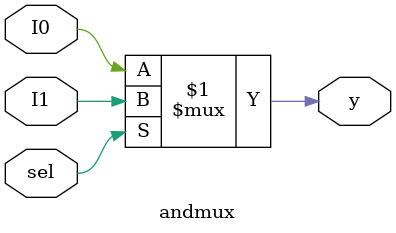
<source format=v>
`timescale 1ns / 1ps
module andmux(I0,I1,sel,y); 
input I0,I1,sel; output y;
assign y=sel?I1:I0;
endmodule

</source>
